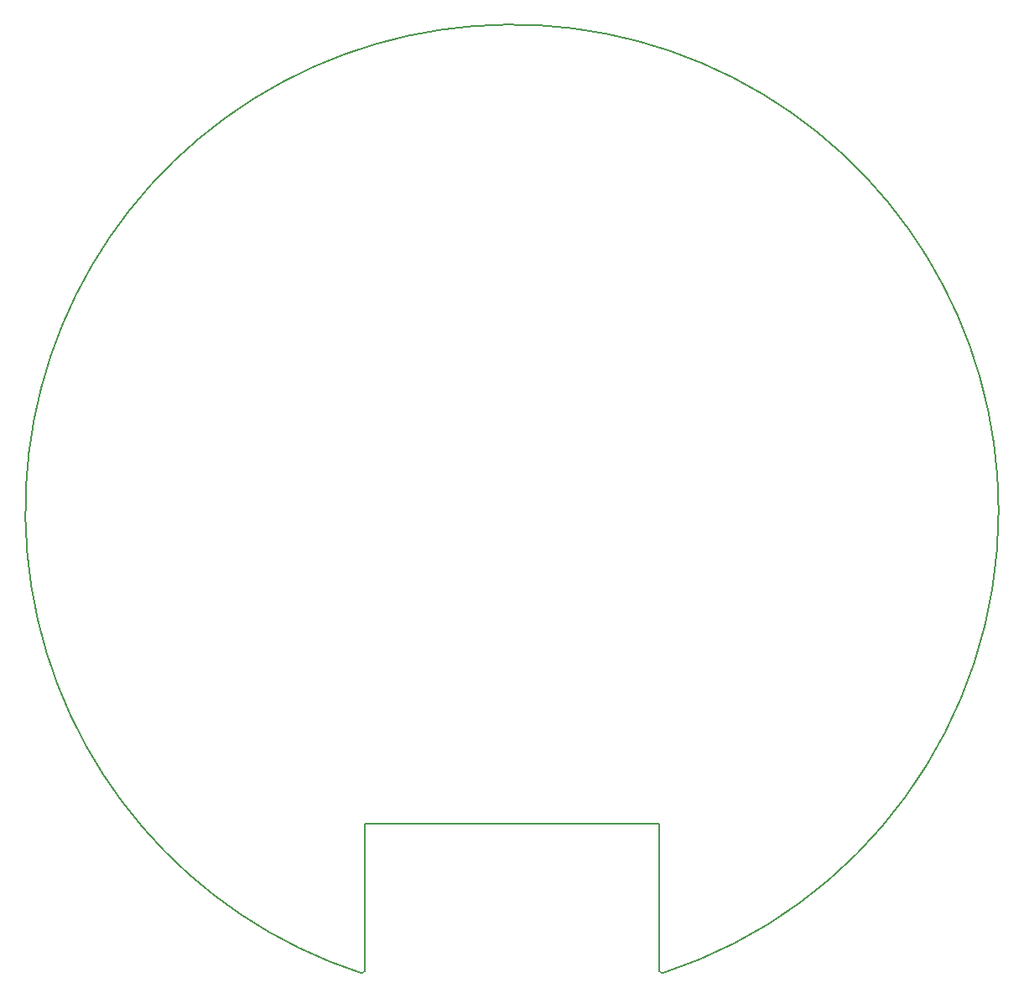
<source format=gko>
G04 Layer_Color=16720538*
%FSLAX24Y24*%
%MOIN*%
G70*
G01*
G75*
%ADD63C,0.0079*%
D63*
X48302Y29350D02*
G03*
X22993Y10952I-19341J0D01*
G01*
X34928D02*
G03*
X48302Y29350I-5968J18398D01*
G01*
X22993Y10952D02*
G03*
X23056Y10984I15J48D01*
G01*
D02*
G03*
X23114Y11043I-1J59D01*
G01*
X34807D02*
G03*
X34865Y10984I59J0D01*
G01*
D02*
G03*
X34928Y10952I47J16D01*
G01*
X23114Y11043D02*
Y16889D01*
X34807D01*
Y11043D02*
Y16889D01*
M02*

</source>
